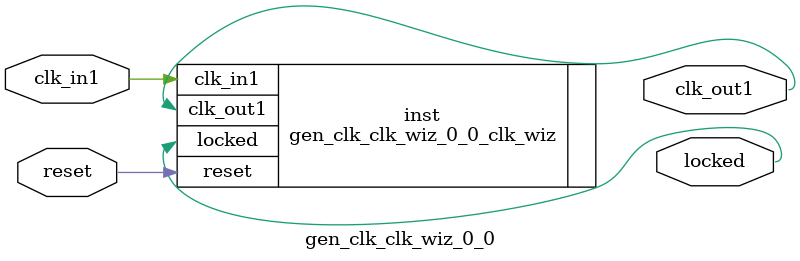
<source format=v>


`timescale 1ps/1ps

(* CORE_GENERATION_INFO = "gen_clk_clk_wiz_0_0,clk_wiz_v6_0_1_0_0,{component_name=gen_clk_clk_wiz_0_0,use_phase_alignment=true,use_min_o_jitter=false,use_max_i_jitter=false,use_dyn_phase_shift=false,use_inclk_switchover=false,use_dyn_reconfig=false,enable_axi=0,feedback_source=FDBK_AUTO,PRIMITIVE=MMCM,num_out_clk=1,clkin1_period=8.000,clkin2_period=10.000,use_power_down=false,use_reset=true,use_locked=true,use_inclk_stopped=false,feedback_type=SINGLE,CLOCK_MGR_TYPE=NA,manual_override=false}" *)

module gen_clk_clk_wiz_0_0 
 (
  // Clock out ports
  output        clk_out1,
  // Status and control signals
  input         reset,
  output        locked,
 // Clock in ports
  input         clk_in1
 );

  gen_clk_clk_wiz_0_0_clk_wiz inst
  (
  // Clock out ports  
  .clk_out1(clk_out1),
  // Status and control signals               
  .reset(reset), 
  .locked(locked),
 // Clock in ports
  .clk_in1(clk_in1)
  );

endmodule

</source>
